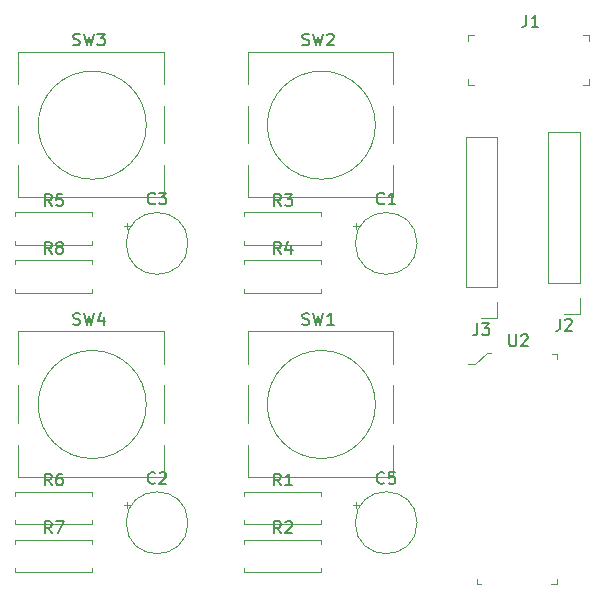
<source format=gbr>
%TF.GenerationSoftware,KiCad,Pcbnew,7.0.8*%
%TF.CreationDate,2023-12-19T15:47:32-08:00*%
%TF.ProjectId,4-button debouncer,342d6275-7474-46f6-9e20-6465626f756e,rev?*%
%TF.SameCoordinates,Original*%
%TF.FileFunction,Legend,Top*%
%TF.FilePolarity,Positive*%
%FSLAX46Y46*%
G04 Gerber Fmt 4.6, Leading zero omitted, Abs format (unit mm)*
G04 Created by KiCad (PCBNEW 7.0.8) date 2023-12-19 15:47:32*
%MOMM*%
%LPD*%
G01*
G04 APERTURE LIST*
%ADD10C,0.150000*%
%ADD11C,0.120000*%
%ADD12C,0.100000*%
G04 APERTURE END LIST*
D10*
X59446667Y-77397200D02*
X59589524Y-77444819D01*
X59589524Y-77444819D02*
X59827619Y-77444819D01*
X59827619Y-77444819D02*
X59922857Y-77397200D01*
X59922857Y-77397200D02*
X59970476Y-77349580D01*
X59970476Y-77349580D02*
X60018095Y-77254342D01*
X60018095Y-77254342D02*
X60018095Y-77159104D01*
X60018095Y-77159104D02*
X59970476Y-77063866D01*
X59970476Y-77063866D02*
X59922857Y-77016247D01*
X59922857Y-77016247D02*
X59827619Y-76968628D01*
X59827619Y-76968628D02*
X59637143Y-76921009D01*
X59637143Y-76921009D02*
X59541905Y-76873390D01*
X59541905Y-76873390D02*
X59494286Y-76825771D01*
X59494286Y-76825771D02*
X59446667Y-76730533D01*
X59446667Y-76730533D02*
X59446667Y-76635295D01*
X59446667Y-76635295D02*
X59494286Y-76540057D01*
X59494286Y-76540057D02*
X59541905Y-76492438D01*
X59541905Y-76492438D02*
X59637143Y-76444819D01*
X59637143Y-76444819D02*
X59875238Y-76444819D01*
X59875238Y-76444819D02*
X60018095Y-76492438D01*
X60351429Y-76444819D02*
X60589524Y-77444819D01*
X60589524Y-77444819D02*
X60780000Y-76730533D01*
X60780000Y-76730533D02*
X60970476Y-77444819D01*
X60970476Y-77444819D02*
X61208572Y-76444819D01*
X62018095Y-76778152D02*
X62018095Y-77444819D01*
X61780000Y-76397200D02*
X61541905Y-77111485D01*
X61541905Y-77111485D02*
X62160952Y-77111485D01*
X59446667Y-53747200D02*
X59589524Y-53794819D01*
X59589524Y-53794819D02*
X59827619Y-53794819D01*
X59827619Y-53794819D02*
X59922857Y-53747200D01*
X59922857Y-53747200D02*
X59970476Y-53699580D01*
X59970476Y-53699580D02*
X60018095Y-53604342D01*
X60018095Y-53604342D02*
X60018095Y-53509104D01*
X60018095Y-53509104D02*
X59970476Y-53413866D01*
X59970476Y-53413866D02*
X59922857Y-53366247D01*
X59922857Y-53366247D02*
X59827619Y-53318628D01*
X59827619Y-53318628D02*
X59637143Y-53271009D01*
X59637143Y-53271009D02*
X59541905Y-53223390D01*
X59541905Y-53223390D02*
X59494286Y-53175771D01*
X59494286Y-53175771D02*
X59446667Y-53080533D01*
X59446667Y-53080533D02*
X59446667Y-52985295D01*
X59446667Y-52985295D02*
X59494286Y-52890057D01*
X59494286Y-52890057D02*
X59541905Y-52842438D01*
X59541905Y-52842438D02*
X59637143Y-52794819D01*
X59637143Y-52794819D02*
X59875238Y-52794819D01*
X59875238Y-52794819D02*
X60018095Y-52842438D01*
X60351429Y-52794819D02*
X60589524Y-53794819D01*
X60589524Y-53794819D02*
X60780000Y-53080533D01*
X60780000Y-53080533D02*
X60970476Y-53794819D01*
X60970476Y-53794819D02*
X61208572Y-52794819D01*
X61494286Y-52794819D02*
X62113333Y-52794819D01*
X62113333Y-52794819D02*
X61780000Y-53175771D01*
X61780000Y-53175771D02*
X61922857Y-53175771D01*
X61922857Y-53175771D02*
X62018095Y-53223390D01*
X62018095Y-53223390D02*
X62065714Y-53271009D01*
X62065714Y-53271009D02*
X62113333Y-53366247D01*
X62113333Y-53366247D02*
X62113333Y-53604342D01*
X62113333Y-53604342D02*
X62065714Y-53699580D01*
X62065714Y-53699580D02*
X62018095Y-53747200D01*
X62018095Y-53747200D02*
X61922857Y-53794819D01*
X61922857Y-53794819D02*
X61637143Y-53794819D01*
X61637143Y-53794819D02*
X61541905Y-53747200D01*
X61541905Y-53747200D02*
X61494286Y-53699580D01*
X78846667Y-53747200D02*
X78989524Y-53794819D01*
X78989524Y-53794819D02*
X79227619Y-53794819D01*
X79227619Y-53794819D02*
X79322857Y-53747200D01*
X79322857Y-53747200D02*
X79370476Y-53699580D01*
X79370476Y-53699580D02*
X79418095Y-53604342D01*
X79418095Y-53604342D02*
X79418095Y-53509104D01*
X79418095Y-53509104D02*
X79370476Y-53413866D01*
X79370476Y-53413866D02*
X79322857Y-53366247D01*
X79322857Y-53366247D02*
X79227619Y-53318628D01*
X79227619Y-53318628D02*
X79037143Y-53271009D01*
X79037143Y-53271009D02*
X78941905Y-53223390D01*
X78941905Y-53223390D02*
X78894286Y-53175771D01*
X78894286Y-53175771D02*
X78846667Y-53080533D01*
X78846667Y-53080533D02*
X78846667Y-52985295D01*
X78846667Y-52985295D02*
X78894286Y-52890057D01*
X78894286Y-52890057D02*
X78941905Y-52842438D01*
X78941905Y-52842438D02*
X79037143Y-52794819D01*
X79037143Y-52794819D02*
X79275238Y-52794819D01*
X79275238Y-52794819D02*
X79418095Y-52842438D01*
X79751429Y-52794819D02*
X79989524Y-53794819D01*
X79989524Y-53794819D02*
X80180000Y-53080533D01*
X80180000Y-53080533D02*
X80370476Y-53794819D01*
X80370476Y-53794819D02*
X80608572Y-52794819D01*
X80941905Y-52890057D02*
X80989524Y-52842438D01*
X80989524Y-52842438D02*
X81084762Y-52794819D01*
X81084762Y-52794819D02*
X81322857Y-52794819D01*
X81322857Y-52794819D02*
X81418095Y-52842438D01*
X81418095Y-52842438D02*
X81465714Y-52890057D01*
X81465714Y-52890057D02*
X81513333Y-52985295D01*
X81513333Y-52985295D02*
X81513333Y-53080533D01*
X81513333Y-53080533D02*
X81465714Y-53223390D01*
X81465714Y-53223390D02*
X80894286Y-53794819D01*
X80894286Y-53794819D02*
X81513333Y-53794819D01*
X78846667Y-77397200D02*
X78989524Y-77444819D01*
X78989524Y-77444819D02*
X79227619Y-77444819D01*
X79227619Y-77444819D02*
X79322857Y-77397200D01*
X79322857Y-77397200D02*
X79370476Y-77349580D01*
X79370476Y-77349580D02*
X79418095Y-77254342D01*
X79418095Y-77254342D02*
X79418095Y-77159104D01*
X79418095Y-77159104D02*
X79370476Y-77063866D01*
X79370476Y-77063866D02*
X79322857Y-77016247D01*
X79322857Y-77016247D02*
X79227619Y-76968628D01*
X79227619Y-76968628D02*
X79037143Y-76921009D01*
X79037143Y-76921009D02*
X78941905Y-76873390D01*
X78941905Y-76873390D02*
X78894286Y-76825771D01*
X78894286Y-76825771D02*
X78846667Y-76730533D01*
X78846667Y-76730533D02*
X78846667Y-76635295D01*
X78846667Y-76635295D02*
X78894286Y-76540057D01*
X78894286Y-76540057D02*
X78941905Y-76492438D01*
X78941905Y-76492438D02*
X79037143Y-76444819D01*
X79037143Y-76444819D02*
X79275238Y-76444819D01*
X79275238Y-76444819D02*
X79418095Y-76492438D01*
X79751429Y-76444819D02*
X79989524Y-77444819D01*
X79989524Y-77444819D02*
X80180000Y-76730533D01*
X80180000Y-76730533D02*
X80370476Y-77444819D01*
X80370476Y-77444819D02*
X80608572Y-76444819D01*
X81513333Y-77444819D02*
X80941905Y-77444819D01*
X81227619Y-77444819D02*
X81227619Y-76444819D01*
X81227619Y-76444819D02*
X81132381Y-76587676D01*
X81132381Y-76587676D02*
X81037143Y-76682914D01*
X81037143Y-76682914D02*
X80941905Y-76730533D01*
X57623333Y-71434819D02*
X57290000Y-70958628D01*
X57051905Y-71434819D02*
X57051905Y-70434819D01*
X57051905Y-70434819D02*
X57432857Y-70434819D01*
X57432857Y-70434819D02*
X57528095Y-70482438D01*
X57528095Y-70482438D02*
X57575714Y-70530057D01*
X57575714Y-70530057D02*
X57623333Y-70625295D01*
X57623333Y-70625295D02*
X57623333Y-70768152D01*
X57623333Y-70768152D02*
X57575714Y-70863390D01*
X57575714Y-70863390D02*
X57528095Y-70911009D01*
X57528095Y-70911009D02*
X57432857Y-70958628D01*
X57432857Y-70958628D02*
X57051905Y-70958628D01*
X58194762Y-70863390D02*
X58099524Y-70815771D01*
X58099524Y-70815771D02*
X58051905Y-70768152D01*
X58051905Y-70768152D02*
X58004286Y-70672914D01*
X58004286Y-70672914D02*
X58004286Y-70625295D01*
X58004286Y-70625295D02*
X58051905Y-70530057D01*
X58051905Y-70530057D02*
X58099524Y-70482438D01*
X58099524Y-70482438D02*
X58194762Y-70434819D01*
X58194762Y-70434819D02*
X58385238Y-70434819D01*
X58385238Y-70434819D02*
X58480476Y-70482438D01*
X58480476Y-70482438D02*
X58528095Y-70530057D01*
X58528095Y-70530057D02*
X58575714Y-70625295D01*
X58575714Y-70625295D02*
X58575714Y-70672914D01*
X58575714Y-70672914D02*
X58528095Y-70768152D01*
X58528095Y-70768152D02*
X58480476Y-70815771D01*
X58480476Y-70815771D02*
X58385238Y-70863390D01*
X58385238Y-70863390D02*
X58194762Y-70863390D01*
X58194762Y-70863390D02*
X58099524Y-70911009D01*
X58099524Y-70911009D02*
X58051905Y-70958628D01*
X58051905Y-70958628D02*
X58004286Y-71053866D01*
X58004286Y-71053866D02*
X58004286Y-71244342D01*
X58004286Y-71244342D02*
X58051905Y-71339580D01*
X58051905Y-71339580D02*
X58099524Y-71387200D01*
X58099524Y-71387200D02*
X58194762Y-71434819D01*
X58194762Y-71434819D02*
X58385238Y-71434819D01*
X58385238Y-71434819D02*
X58480476Y-71387200D01*
X58480476Y-71387200D02*
X58528095Y-71339580D01*
X58528095Y-71339580D02*
X58575714Y-71244342D01*
X58575714Y-71244342D02*
X58575714Y-71053866D01*
X58575714Y-71053866D02*
X58528095Y-70958628D01*
X58528095Y-70958628D02*
X58480476Y-70911009D01*
X58480476Y-70911009D02*
X58385238Y-70863390D01*
X57623333Y-95084819D02*
X57290000Y-94608628D01*
X57051905Y-95084819D02*
X57051905Y-94084819D01*
X57051905Y-94084819D02*
X57432857Y-94084819D01*
X57432857Y-94084819D02*
X57528095Y-94132438D01*
X57528095Y-94132438D02*
X57575714Y-94180057D01*
X57575714Y-94180057D02*
X57623333Y-94275295D01*
X57623333Y-94275295D02*
X57623333Y-94418152D01*
X57623333Y-94418152D02*
X57575714Y-94513390D01*
X57575714Y-94513390D02*
X57528095Y-94561009D01*
X57528095Y-94561009D02*
X57432857Y-94608628D01*
X57432857Y-94608628D02*
X57051905Y-94608628D01*
X57956667Y-94084819D02*
X58623333Y-94084819D01*
X58623333Y-94084819D02*
X58194762Y-95084819D01*
X57623333Y-91034819D02*
X57290000Y-90558628D01*
X57051905Y-91034819D02*
X57051905Y-90034819D01*
X57051905Y-90034819D02*
X57432857Y-90034819D01*
X57432857Y-90034819D02*
X57528095Y-90082438D01*
X57528095Y-90082438D02*
X57575714Y-90130057D01*
X57575714Y-90130057D02*
X57623333Y-90225295D01*
X57623333Y-90225295D02*
X57623333Y-90368152D01*
X57623333Y-90368152D02*
X57575714Y-90463390D01*
X57575714Y-90463390D02*
X57528095Y-90511009D01*
X57528095Y-90511009D02*
X57432857Y-90558628D01*
X57432857Y-90558628D02*
X57051905Y-90558628D01*
X58480476Y-90034819D02*
X58290000Y-90034819D01*
X58290000Y-90034819D02*
X58194762Y-90082438D01*
X58194762Y-90082438D02*
X58147143Y-90130057D01*
X58147143Y-90130057D02*
X58051905Y-90272914D01*
X58051905Y-90272914D02*
X58004286Y-90463390D01*
X58004286Y-90463390D02*
X58004286Y-90844342D01*
X58004286Y-90844342D02*
X58051905Y-90939580D01*
X58051905Y-90939580D02*
X58099524Y-90987200D01*
X58099524Y-90987200D02*
X58194762Y-91034819D01*
X58194762Y-91034819D02*
X58385238Y-91034819D01*
X58385238Y-91034819D02*
X58480476Y-90987200D01*
X58480476Y-90987200D02*
X58528095Y-90939580D01*
X58528095Y-90939580D02*
X58575714Y-90844342D01*
X58575714Y-90844342D02*
X58575714Y-90606247D01*
X58575714Y-90606247D02*
X58528095Y-90511009D01*
X58528095Y-90511009D02*
X58480476Y-90463390D01*
X58480476Y-90463390D02*
X58385238Y-90415771D01*
X58385238Y-90415771D02*
X58194762Y-90415771D01*
X58194762Y-90415771D02*
X58099524Y-90463390D01*
X58099524Y-90463390D02*
X58051905Y-90511009D01*
X58051905Y-90511009D02*
X58004286Y-90606247D01*
X57623333Y-67384819D02*
X57290000Y-66908628D01*
X57051905Y-67384819D02*
X57051905Y-66384819D01*
X57051905Y-66384819D02*
X57432857Y-66384819D01*
X57432857Y-66384819D02*
X57528095Y-66432438D01*
X57528095Y-66432438D02*
X57575714Y-66480057D01*
X57575714Y-66480057D02*
X57623333Y-66575295D01*
X57623333Y-66575295D02*
X57623333Y-66718152D01*
X57623333Y-66718152D02*
X57575714Y-66813390D01*
X57575714Y-66813390D02*
X57528095Y-66861009D01*
X57528095Y-66861009D02*
X57432857Y-66908628D01*
X57432857Y-66908628D02*
X57051905Y-66908628D01*
X58528095Y-66384819D02*
X58051905Y-66384819D01*
X58051905Y-66384819D02*
X58004286Y-66861009D01*
X58004286Y-66861009D02*
X58051905Y-66813390D01*
X58051905Y-66813390D02*
X58147143Y-66765771D01*
X58147143Y-66765771D02*
X58385238Y-66765771D01*
X58385238Y-66765771D02*
X58480476Y-66813390D01*
X58480476Y-66813390D02*
X58528095Y-66861009D01*
X58528095Y-66861009D02*
X58575714Y-66956247D01*
X58575714Y-66956247D02*
X58575714Y-67194342D01*
X58575714Y-67194342D02*
X58528095Y-67289580D01*
X58528095Y-67289580D02*
X58480476Y-67337200D01*
X58480476Y-67337200D02*
X58385238Y-67384819D01*
X58385238Y-67384819D02*
X58147143Y-67384819D01*
X58147143Y-67384819D02*
X58051905Y-67337200D01*
X58051905Y-67337200D02*
X58004286Y-67289580D01*
X77023333Y-71434819D02*
X76690000Y-70958628D01*
X76451905Y-71434819D02*
X76451905Y-70434819D01*
X76451905Y-70434819D02*
X76832857Y-70434819D01*
X76832857Y-70434819D02*
X76928095Y-70482438D01*
X76928095Y-70482438D02*
X76975714Y-70530057D01*
X76975714Y-70530057D02*
X77023333Y-70625295D01*
X77023333Y-70625295D02*
X77023333Y-70768152D01*
X77023333Y-70768152D02*
X76975714Y-70863390D01*
X76975714Y-70863390D02*
X76928095Y-70911009D01*
X76928095Y-70911009D02*
X76832857Y-70958628D01*
X76832857Y-70958628D02*
X76451905Y-70958628D01*
X77880476Y-70768152D02*
X77880476Y-71434819D01*
X77642381Y-70387200D02*
X77404286Y-71101485D01*
X77404286Y-71101485D02*
X78023333Y-71101485D01*
X77023333Y-67384819D02*
X76690000Y-66908628D01*
X76451905Y-67384819D02*
X76451905Y-66384819D01*
X76451905Y-66384819D02*
X76832857Y-66384819D01*
X76832857Y-66384819D02*
X76928095Y-66432438D01*
X76928095Y-66432438D02*
X76975714Y-66480057D01*
X76975714Y-66480057D02*
X77023333Y-66575295D01*
X77023333Y-66575295D02*
X77023333Y-66718152D01*
X77023333Y-66718152D02*
X76975714Y-66813390D01*
X76975714Y-66813390D02*
X76928095Y-66861009D01*
X76928095Y-66861009D02*
X76832857Y-66908628D01*
X76832857Y-66908628D02*
X76451905Y-66908628D01*
X77356667Y-66384819D02*
X77975714Y-66384819D01*
X77975714Y-66384819D02*
X77642381Y-66765771D01*
X77642381Y-66765771D02*
X77785238Y-66765771D01*
X77785238Y-66765771D02*
X77880476Y-66813390D01*
X77880476Y-66813390D02*
X77928095Y-66861009D01*
X77928095Y-66861009D02*
X77975714Y-66956247D01*
X77975714Y-66956247D02*
X77975714Y-67194342D01*
X77975714Y-67194342D02*
X77928095Y-67289580D01*
X77928095Y-67289580D02*
X77880476Y-67337200D01*
X77880476Y-67337200D02*
X77785238Y-67384819D01*
X77785238Y-67384819D02*
X77499524Y-67384819D01*
X77499524Y-67384819D02*
X77404286Y-67337200D01*
X77404286Y-67337200D02*
X77356667Y-67289580D01*
X77023333Y-95084819D02*
X76690000Y-94608628D01*
X76451905Y-95084819D02*
X76451905Y-94084819D01*
X76451905Y-94084819D02*
X76832857Y-94084819D01*
X76832857Y-94084819D02*
X76928095Y-94132438D01*
X76928095Y-94132438D02*
X76975714Y-94180057D01*
X76975714Y-94180057D02*
X77023333Y-94275295D01*
X77023333Y-94275295D02*
X77023333Y-94418152D01*
X77023333Y-94418152D02*
X76975714Y-94513390D01*
X76975714Y-94513390D02*
X76928095Y-94561009D01*
X76928095Y-94561009D02*
X76832857Y-94608628D01*
X76832857Y-94608628D02*
X76451905Y-94608628D01*
X77404286Y-94180057D02*
X77451905Y-94132438D01*
X77451905Y-94132438D02*
X77547143Y-94084819D01*
X77547143Y-94084819D02*
X77785238Y-94084819D01*
X77785238Y-94084819D02*
X77880476Y-94132438D01*
X77880476Y-94132438D02*
X77928095Y-94180057D01*
X77928095Y-94180057D02*
X77975714Y-94275295D01*
X77975714Y-94275295D02*
X77975714Y-94370533D01*
X77975714Y-94370533D02*
X77928095Y-94513390D01*
X77928095Y-94513390D02*
X77356667Y-95084819D01*
X77356667Y-95084819D02*
X77975714Y-95084819D01*
X77023333Y-91034819D02*
X76690000Y-90558628D01*
X76451905Y-91034819D02*
X76451905Y-90034819D01*
X76451905Y-90034819D02*
X76832857Y-90034819D01*
X76832857Y-90034819D02*
X76928095Y-90082438D01*
X76928095Y-90082438D02*
X76975714Y-90130057D01*
X76975714Y-90130057D02*
X77023333Y-90225295D01*
X77023333Y-90225295D02*
X77023333Y-90368152D01*
X77023333Y-90368152D02*
X76975714Y-90463390D01*
X76975714Y-90463390D02*
X76928095Y-90511009D01*
X76928095Y-90511009D02*
X76832857Y-90558628D01*
X76832857Y-90558628D02*
X76451905Y-90558628D01*
X77975714Y-91034819D02*
X77404286Y-91034819D01*
X77690000Y-91034819D02*
X77690000Y-90034819D01*
X77690000Y-90034819D02*
X77594762Y-90177676D01*
X77594762Y-90177676D02*
X77499524Y-90272914D01*
X77499524Y-90272914D02*
X77404286Y-90320533D01*
X85773133Y-90809580D02*
X85725514Y-90857200D01*
X85725514Y-90857200D02*
X85582657Y-90904819D01*
X85582657Y-90904819D02*
X85487419Y-90904819D01*
X85487419Y-90904819D02*
X85344562Y-90857200D01*
X85344562Y-90857200D02*
X85249324Y-90761961D01*
X85249324Y-90761961D02*
X85201705Y-90666723D01*
X85201705Y-90666723D02*
X85154086Y-90476247D01*
X85154086Y-90476247D02*
X85154086Y-90333390D01*
X85154086Y-90333390D02*
X85201705Y-90142914D01*
X85201705Y-90142914D02*
X85249324Y-90047676D01*
X85249324Y-90047676D02*
X85344562Y-89952438D01*
X85344562Y-89952438D02*
X85487419Y-89904819D01*
X85487419Y-89904819D02*
X85582657Y-89904819D01*
X85582657Y-89904819D02*
X85725514Y-89952438D01*
X85725514Y-89952438D02*
X85773133Y-90000057D01*
X86677895Y-89904819D02*
X86201705Y-89904819D01*
X86201705Y-89904819D02*
X86154086Y-90381009D01*
X86154086Y-90381009D02*
X86201705Y-90333390D01*
X86201705Y-90333390D02*
X86296943Y-90285771D01*
X86296943Y-90285771D02*
X86535038Y-90285771D01*
X86535038Y-90285771D02*
X86630276Y-90333390D01*
X86630276Y-90333390D02*
X86677895Y-90381009D01*
X86677895Y-90381009D02*
X86725514Y-90476247D01*
X86725514Y-90476247D02*
X86725514Y-90714342D01*
X86725514Y-90714342D02*
X86677895Y-90809580D01*
X86677895Y-90809580D02*
X86630276Y-90857200D01*
X86630276Y-90857200D02*
X86535038Y-90904819D01*
X86535038Y-90904819D02*
X86296943Y-90904819D01*
X86296943Y-90904819D02*
X86201705Y-90857200D01*
X86201705Y-90857200D02*
X86154086Y-90809580D01*
X66373133Y-67159580D02*
X66325514Y-67207200D01*
X66325514Y-67207200D02*
X66182657Y-67254819D01*
X66182657Y-67254819D02*
X66087419Y-67254819D01*
X66087419Y-67254819D02*
X65944562Y-67207200D01*
X65944562Y-67207200D02*
X65849324Y-67111961D01*
X65849324Y-67111961D02*
X65801705Y-67016723D01*
X65801705Y-67016723D02*
X65754086Y-66826247D01*
X65754086Y-66826247D02*
X65754086Y-66683390D01*
X65754086Y-66683390D02*
X65801705Y-66492914D01*
X65801705Y-66492914D02*
X65849324Y-66397676D01*
X65849324Y-66397676D02*
X65944562Y-66302438D01*
X65944562Y-66302438D02*
X66087419Y-66254819D01*
X66087419Y-66254819D02*
X66182657Y-66254819D01*
X66182657Y-66254819D02*
X66325514Y-66302438D01*
X66325514Y-66302438D02*
X66373133Y-66350057D01*
X66706467Y-66254819D02*
X67325514Y-66254819D01*
X67325514Y-66254819D02*
X66992181Y-66635771D01*
X66992181Y-66635771D02*
X67135038Y-66635771D01*
X67135038Y-66635771D02*
X67230276Y-66683390D01*
X67230276Y-66683390D02*
X67277895Y-66731009D01*
X67277895Y-66731009D02*
X67325514Y-66826247D01*
X67325514Y-66826247D02*
X67325514Y-67064342D01*
X67325514Y-67064342D02*
X67277895Y-67159580D01*
X67277895Y-67159580D02*
X67230276Y-67207200D01*
X67230276Y-67207200D02*
X67135038Y-67254819D01*
X67135038Y-67254819D02*
X66849324Y-67254819D01*
X66849324Y-67254819D02*
X66754086Y-67207200D01*
X66754086Y-67207200D02*
X66706467Y-67159580D01*
X66373133Y-90809580D02*
X66325514Y-90857200D01*
X66325514Y-90857200D02*
X66182657Y-90904819D01*
X66182657Y-90904819D02*
X66087419Y-90904819D01*
X66087419Y-90904819D02*
X65944562Y-90857200D01*
X65944562Y-90857200D02*
X65849324Y-90761961D01*
X65849324Y-90761961D02*
X65801705Y-90666723D01*
X65801705Y-90666723D02*
X65754086Y-90476247D01*
X65754086Y-90476247D02*
X65754086Y-90333390D01*
X65754086Y-90333390D02*
X65801705Y-90142914D01*
X65801705Y-90142914D02*
X65849324Y-90047676D01*
X65849324Y-90047676D02*
X65944562Y-89952438D01*
X65944562Y-89952438D02*
X66087419Y-89904819D01*
X66087419Y-89904819D02*
X66182657Y-89904819D01*
X66182657Y-89904819D02*
X66325514Y-89952438D01*
X66325514Y-89952438D02*
X66373133Y-90000057D01*
X66754086Y-90000057D02*
X66801705Y-89952438D01*
X66801705Y-89952438D02*
X66896943Y-89904819D01*
X66896943Y-89904819D02*
X67135038Y-89904819D01*
X67135038Y-89904819D02*
X67230276Y-89952438D01*
X67230276Y-89952438D02*
X67277895Y-90000057D01*
X67277895Y-90000057D02*
X67325514Y-90095295D01*
X67325514Y-90095295D02*
X67325514Y-90190533D01*
X67325514Y-90190533D02*
X67277895Y-90333390D01*
X67277895Y-90333390D02*
X66706467Y-90904819D01*
X66706467Y-90904819D02*
X67325514Y-90904819D01*
X85773133Y-67159580D02*
X85725514Y-67207200D01*
X85725514Y-67207200D02*
X85582657Y-67254819D01*
X85582657Y-67254819D02*
X85487419Y-67254819D01*
X85487419Y-67254819D02*
X85344562Y-67207200D01*
X85344562Y-67207200D02*
X85249324Y-67111961D01*
X85249324Y-67111961D02*
X85201705Y-67016723D01*
X85201705Y-67016723D02*
X85154086Y-66826247D01*
X85154086Y-66826247D02*
X85154086Y-66683390D01*
X85154086Y-66683390D02*
X85201705Y-66492914D01*
X85201705Y-66492914D02*
X85249324Y-66397676D01*
X85249324Y-66397676D02*
X85344562Y-66302438D01*
X85344562Y-66302438D02*
X85487419Y-66254819D01*
X85487419Y-66254819D02*
X85582657Y-66254819D01*
X85582657Y-66254819D02*
X85725514Y-66302438D01*
X85725514Y-66302438D02*
X85773133Y-66350057D01*
X86725514Y-67254819D02*
X86154086Y-67254819D01*
X86439800Y-67254819D02*
X86439800Y-66254819D01*
X86439800Y-66254819D02*
X86344562Y-66397676D01*
X86344562Y-66397676D02*
X86249324Y-66492914D01*
X86249324Y-66492914D02*
X86154086Y-66540533D01*
X100666666Y-76944819D02*
X100666666Y-77659104D01*
X100666666Y-77659104D02*
X100619047Y-77801961D01*
X100619047Y-77801961D02*
X100523809Y-77897200D01*
X100523809Y-77897200D02*
X100380952Y-77944819D01*
X100380952Y-77944819D02*
X100285714Y-77944819D01*
X101095238Y-77040057D02*
X101142857Y-76992438D01*
X101142857Y-76992438D02*
X101238095Y-76944819D01*
X101238095Y-76944819D02*
X101476190Y-76944819D01*
X101476190Y-76944819D02*
X101571428Y-76992438D01*
X101571428Y-76992438D02*
X101619047Y-77040057D01*
X101619047Y-77040057D02*
X101666666Y-77135295D01*
X101666666Y-77135295D02*
X101666666Y-77230533D01*
X101666666Y-77230533D02*
X101619047Y-77373390D01*
X101619047Y-77373390D02*
X101047619Y-77944819D01*
X101047619Y-77944819D02*
X101666666Y-77944819D01*
X93666666Y-77324819D02*
X93666666Y-78039104D01*
X93666666Y-78039104D02*
X93619047Y-78181961D01*
X93619047Y-78181961D02*
X93523809Y-78277200D01*
X93523809Y-78277200D02*
X93380952Y-78324819D01*
X93380952Y-78324819D02*
X93285714Y-78324819D01*
X94047619Y-77324819D02*
X94666666Y-77324819D01*
X94666666Y-77324819D02*
X94333333Y-77705771D01*
X94333333Y-77705771D02*
X94476190Y-77705771D01*
X94476190Y-77705771D02*
X94571428Y-77753390D01*
X94571428Y-77753390D02*
X94619047Y-77801009D01*
X94619047Y-77801009D02*
X94666666Y-77896247D01*
X94666666Y-77896247D02*
X94666666Y-78134342D01*
X94666666Y-78134342D02*
X94619047Y-78229580D01*
X94619047Y-78229580D02*
X94571428Y-78277200D01*
X94571428Y-78277200D02*
X94476190Y-78324819D01*
X94476190Y-78324819D02*
X94190476Y-78324819D01*
X94190476Y-78324819D02*
X94095238Y-78277200D01*
X94095238Y-78277200D02*
X94047619Y-78229580D01*
X97816666Y-51204819D02*
X97816666Y-51919104D01*
X97816666Y-51919104D02*
X97769047Y-52061961D01*
X97769047Y-52061961D02*
X97673809Y-52157200D01*
X97673809Y-52157200D02*
X97530952Y-52204819D01*
X97530952Y-52204819D02*
X97435714Y-52204819D01*
X98816666Y-52204819D02*
X98245238Y-52204819D01*
X98530952Y-52204819D02*
X98530952Y-51204819D01*
X98530952Y-51204819D02*
X98435714Y-51347676D01*
X98435714Y-51347676D02*
X98340476Y-51442914D01*
X98340476Y-51442914D02*
X98245238Y-51490533D01*
X96368095Y-78254819D02*
X96368095Y-79064342D01*
X96368095Y-79064342D02*
X96415714Y-79159580D01*
X96415714Y-79159580D02*
X96463333Y-79207200D01*
X96463333Y-79207200D02*
X96558571Y-79254819D01*
X96558571Y-79254819D02*
X96749047Y-79254819D01*
X96749047Y-79254819D02*
X96844285Y-79207200D01*
X96844285Y-79207200D02*
X96891904Y-79159580D01*
X96891904Y-79159580D02*
X96939523Y-79064342D01*
X96939523Y-79064342D02*
X96939523Y-78254819D01*
X97368095Y-78350057D02*
X97415714Y-78302438D01*
X97415714Y-78302438D02*
X97510952Y-78254819D01*
X97510952Y-78254819D02*
X97749047Y-78254819D01*
X97749047Y-78254819D02*
X97844285Y-78302438D01*
X97844285Y-78302438D02*
X97891904Y-78350057D01*
X97891904Y-78350057D02*
X97939523Y-78445295D01*
X97939523Y-78445295D02*
X97939523Y-78540533D01*
X97939523Y-78540533D02*
X97891904Y-78683390D01*
X97891904Y-78683390D02*
X97320476Y-79254819D01*
X97320476Y-79254819D02*
X97939523Y-79254819D01*
D11*
%TO.C,SW4*%
X67100000Y-78000000D02*
X67100000Y-80720000D01*
X54800000Y-80720000D02*
X54800000Y-78000000D01*
X54800000Y-85720000D02*
X54800000Y-82580000D01*
X54800000Y-78000000D02*
X67100000Y-78000000D01*
X67100000Y-87580000D02*
X67100000Y-90300000D01*
X67100000Y-82580000D02*
X67100000Y-85720000D01*
X67100000Y-90300000D02*
X54800000Y-90300000D01*
X54800000Y-90300000D02*
X54800000Y-87580000D01*
X65629050Y-84190000D02*
G75*
G03*
X65629050Y-84190000I-4579050J0D01*
G01*
%TO.C,SW3*%
X67100000Y-54350000D02*
X67100000Y-57070000D01*
X54800000Y-57070000D02*
X54800000Y-54350000D01*
X54800000Y-62070000D02*
X54800000Y-58930000D01*
X54800000Y-54350000D02*
X67100000Y-54350000D01*
X67100000Y-63930000D02*
X67100000Y-66650000D01*
X67100000Y-58930000D02*
X67100000Y-62070000D01*
X67100000Y-66650000D02*
X54800000Y-66650000D01*
X54800000Y-66650000D02*
X54800000Y-63930000D01*
X65629050Y-60540000D02*
G75*
G03*
X65629050Y-60540000I-4579050J0D01*
G01*
%TO.C,SW2*%
X86500000Y-54350000D02*
X86500000Y-57070000D01*
X74200000Y-57070000D02*
X74200000Y-54350000D01*
X74200000Y-62070000D02*
X74200000Y-58930000D01*
X74200000Y-54350000D02*
X86500000Y-54350000D01*
X86500000Y-63930000D02*
X86500000Y-66650000D01*
X86500000Y-58930000D02*
X86500000Y-62070000D01*
X86500000Y-66650000D02*
X74200000Y-66650000D01*
X74200000Y-66650000D02*
X74200000Y-63930000D01*
X85029050Y-60540000D02*
G75*
G03*
X85029050Y-60540000I-4579050J0D01*
G01*
%TO.C,SW1*%
X86500000Y-78000000D02*
X86500000Y-80720000D01*
X74200000Y-80720000D02*
X74200000Y-78000000D01*
X74200000Y-85720000D02*
X74200000Y-82580000D01*
X74200000Y-78000000D02*
X86500000Y-78000000D01*
X86500000Y-87580000D02*
X86500000Y-90300000D01*
X86500000Y-82580000D02*
X86500000Y-85720000D01*
X86500000Y-90300000D02*
X74200000Y-90300000D01*
X74200000Y-90300000D02*
X74200000Y-87580000D01*
X85029050Y-84190000D02*
G75*
G03*
X85029050Y-84190000I-4579050J0D01*
G01*
%TO.C,R8*%
X61060000Y-74720000D02*
X61060000Y-74390000D01*
X54520000Y-71980000D02*
X61060000Y-71980000D01*
X54520000Y-74720000D02*
X61060000Y-74720000D01*
X54520000Y-74390000D02*
X54520000Y-74720000D01*
X54520000Y-72310000D02*
X54520000Y-71980000D01*
X61060000Y-71980000D02*
X61060000Y-72310000D01*
%TO.C,R7*%
X61060000Y-98370000D02*
X61060000Y-98040000D01*
X54520000Y-95630000D02*
X61060000Y-95630000D01*
X54520000Y-98370000D02*
X61060000Y-98370000D01*
X54520000Y-98040000D02*
X54520000Y-98370000D01*
X54520000Y-95960000D02*
X54520000Y-95630000D01*
X61060000Y-95630000D02*
X61060000Y-95960000D01*
%TO.C,R6*%
X61060000Y-94320000D02*
X61060000Y-93990000D01*
X54520000Y-91580000D02*
X61060000Y-91580000D01*
X54520000Y-94320000D02*
X61060000Y-94320000D01*
X54520000Y-93990000D02*
X54520000Y-94320000D01*
X54520000Y-91910000D02*
X54520000Y-91580000D01*
X61060000Y-91580000D02*
X61060000Y-91910000D01*
%TO.C,R5*%
X61060000Y-70670000D02*
X61060000Y-70340000D01*
X54520000Y-67930000D02*
X61060000Y-67930000D01*
X54520000Y-70670000D02*
X61060000Y-70670000D01*
X54520000Y-70340000D02*
X54520000Y-70670000D01*
X54520000Y-68260000D02*
X54520000Y-67930000D01*
X61060000Y-67930000D02*
X61060000Y-68260000D01*
%TO.C,R4*%
X80460000Y-74720000D02*
X80460000Y-74390000D01*
X73920000Y-71980000D02*
X80460000Y-71980000D01*
X73920000Y-74720000D02*
X80460000Y-74720000D01*
X73920000Y-74390000D02*
X73920000Y-74720000D01*
X73920000Y-72310000D02*
X73920000Y-71980000D01*
X80460000Y-71980000D02*
X80460000Y-72310000D01*
%TO.C,R3*%
X80460000Y-70670000D02*
X80460000Y-70340000D01*
X73920000Y-67930000D02*
X80460000Y-67930000D01*
X73920000Y-70670000D02*
X80460000Y-70670000D01*
X73920000Y-70340000D02*
X73920000Y-70670000D01*
X73920000Y-68260000D02*
X73920000Y-67930000D01*
X80460000Y-67930000D02*
X80460000Y-68260000D01*
%TO.C,R2*%
X80460000Y-98370000D02*
X80460000Y-98040000D01*
X73920000Y-95630000D02*
X80460000Y-95630000D01*
X73920000Y-98370000D02*
X80460000Y-98370000D01*
X73920000Y-98040000D02*
X73920000Y-98370000D01*
X73920000Y-95960000D02*
X73920000Y-95630000D01*
X80460000Y-95630000D02*
X80460000Y-95960000D01*
%TO.C,R1*%
X80460000Y-94320000D02*
X80460000Y-93990000D01*
X73920000Y-91580000D02*
X80460000Y-91580000D01*
X73920000Y-94320000D02*
X80460000Y-94320000D01*
X73920000Y-93990000D02*
X73920000Y-94320000D01*
X73920000Y-91910000D02*
X73920000Y-91580000D01*
X80460000Y-91580000D02*
X80460000Y-91910000D01*
%TO.C,C5*%
X83385025Y-92475000D02*
X83385025Y-92975000D01*
X83135025Y-92725000D02*
X83635025Y-92725000D01*
X88559800Y-94200000D02*
G75*
G03*
X88559800Y-94200000I-2620000J0D01*
G01*
%TO.C,C3*%
X63985025Y-68825000D02*
X63985025Y-69325000D01*
X63735025Y-69075000D02*
X64235025Y-69075000D01*
X69159800Y-70550000D02*
G75*
G03*
X69159800Y-70550000I-2620000J0D01*
G01*
%TO.C,C2*%
X63985025Y-92475000D02*
X63985025Y-92975000D01*
X63735025Y-92725000D02*
X64235025Y-92725000D01*
X69159800Y-94200000D02*
G75*
G03*
X69159800Y-94200000I-2620000J0D01*
G01*
%TO.C,C1*%
X83385025Y-68825000D02*
X83385025Y-69325000D01*
X83135025Y-69075000D02*
X83635025Y-69075000D01*
X88559800Y-70550000D02*
G75*
G03*
X88559800Y-70550000I-2620000J0D01*
G01*
%TO.C,J2*%
X102330000Y-76490000D02*
X101000000Y-76490000D01*
X102330000Y-75160000D02*
X102330000Y-76490000D01*
X102330000Y-73890000D02*
X102330000Y-61130000D01*
X102330000Y-73890000D02*
X99670000Y-73890000D01*
X102330000Y-61130000D02*
X99670000Y-61130000D01*
X99670000Y-73890000D02*
X99670000Y-61130000D01*
%TO.C,J3*%
X95330000Y-76870000D02*
X94000000Y-76870000D01*
X95330000Y-75540000D02*
X95330000Y-76870000D01*
X95330000Y-74270000D02*
X95330000Y-61510000D01*
X95330000Y-74270000D02*
X92670000Y-74270000D01*
X95330000Y-61510000D02*
X92670000Y-61510000D01*
X92670000Y-74270000D02*
X92670000Y-61510000D01*
D12*
%TO.C,J1*%
X92900000Y-52900000D02*
X92900000Y-53400000D01*
X92900000Y-52900000D02*
X93400000Y-52900000D01*
X92900000Y-57100000D02*
X92900000Y-56600000D01*
X92900000Y-57100000D02*
X93400000Y-57100000D01*
X103100000Y-52900000D02*
X102600000Y-52900000D01*
X103100000Y-52900000D02*
X103100000Y-53400000D01*
X103100000Y-57100000D02*
X102600000Y-57100000D01*
X103100000Y-57100000D02*
X103100000Y-56600000D01*
%TO.C,U2*%
X93110000Y-80800000D02*
X92860000Y-80800000D01*
X93490000Y-80800000D02*
X93120000Y-80800000D01*
X93590000Y-99000000D02*
X93590000Y-99400000D01*
X93590000Y-99400000D02*
X93990000Y-99400000D01*
X94490000Y-79800000D02*
X93490000Y-80800000D01*
X94790000Y-79800000D02*
X94490000Y-79800000D01*
X99890000Y-99400000D02*
X100390000Y-99400000D01*
X100390000Y-79900000D02*
X99990000Y-79900000D01*
X100390000Y-80300000D02*
X100390000Y-79900000D01*
X100390000Y-99400000D02*
X100390000Y-99000000D01*
%TD*%
M02*

</source>
